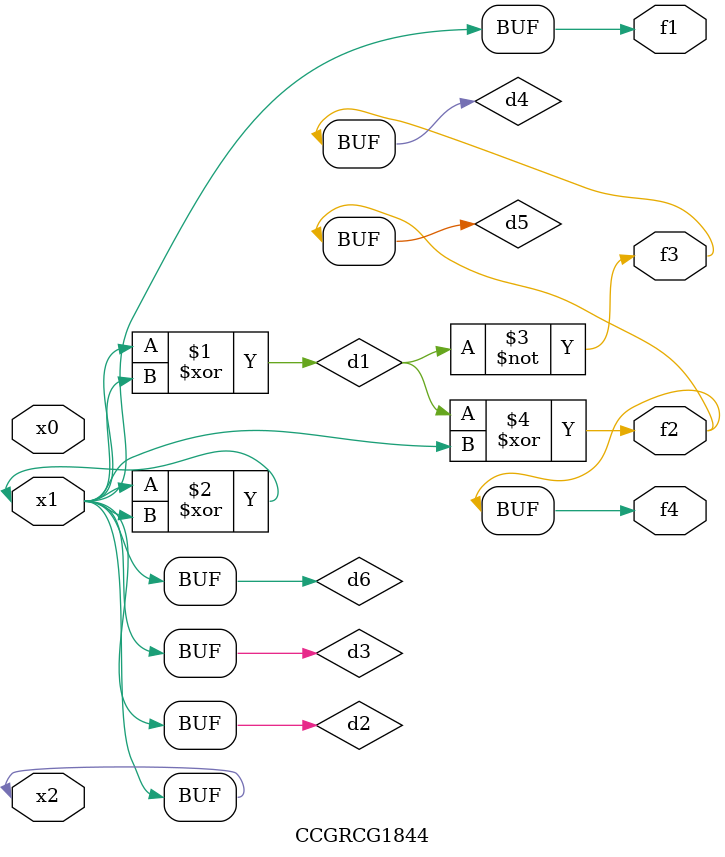
<source format=v>
module CCGRCG1844(
	input x0, x1, x2,
	output f1, f2, f3, f4
);

	wire d1, d2, d3, d4, d5, d6;

	xor (d1, x1, x2);
	buf (d2, x1, x2);
	xor (d3, x1, x2);
	nor (d4, d1);
	xor (d5, d1, d2);
	buf (d6, d2, d3);
	assign f1 = d6;
	assign f2 = d5;
	assign f3 = d4;
	assign f4 = d5;
endmodule

</source>
